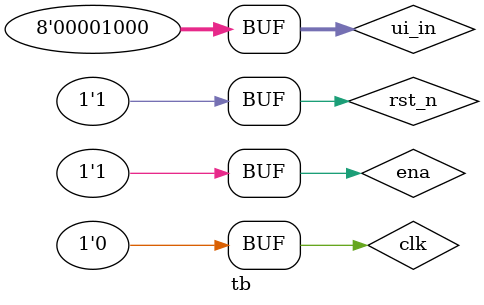
<source format=v>
`default_nettype none 
`timescale 1ns / 1ps

module tb();

  // Dump the signals to a VCD file. You can view it with gtkwave.
  initial begin
    $dumpfile("tb.vcd");
    $dumpvars(0, tb);
   
    // Initialize inputs
    clk = 0;
    rst_n = 1;
    ena = 1;
    ui_in = 8'b0000_1000; // ui_in[3] = 0, ui_in[0] = 1
    
    // Generate pulse signals for ui_in[1] and ui_in[2]
    repeat (10) begin // Simulate for 10 time units
      #5 clk = ~clk; // Toggle clock every 5 time units
      #1 ui_in[1] = 1; // Set ui_in[1] high for 1 time unit
      #1 ui_in[1] = 0; // Set ui_in[1] low for 1 time unit
      #1 ui_in[2] = ~ui_in[2]; // Toggle ui_in[2] every 1 time unit
    end
    
    #10; // Wait for 10 time units
  end

  // Wire up the inputs and outputs:
  reg clk;
  reg rst_n;
  reg ena;
  reg [7:0] ui_in;
  reg [7:0] uio_in;
  wire [7:0] uo_out;
  wire [7:0] uio_out;
  wire [7:0] uio_oe;

  // Replace tt_um_example with your module name:
  tt_um_fdc_chip tt_um_fdc_chip(

      // Include power ports for the Gate Level test:
`ifdef GL_TEST
      .VPWR(1'b1),
      .VGND(1'b0),
`endif

      .ui_in  (ui_in),    // Dedicated inputs
      .uo_out (uo_out),   // Dedicated outputs
      .uio_in (uio_in),   // IOs: Input path
      .uio_out(uio_out),  // IOs: Output path
      .uio_oe (uio_oe),   // IOs: Enable path (active high: 0=input, 1=output)
      .ena    (ena),      // enable - goes high when design is selected
      .clk    (clk),      // clock
      .rst_n  (rst_n)     // not reset
  );

endmodule

</source>
